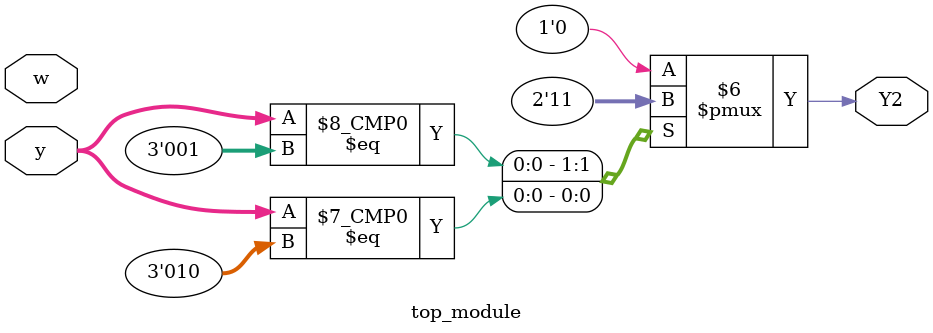
<source format=sv>
module top_module(
    input [3:1] y,
    input w,
    output reg Y2);
    
    always @(*) begin
        case (y)
            3'b000: Y2 = 0;  // State A
            3'b001: Y2 = 1;  // State B
            3'b010: Y2 = 1;  // State C
            3'b011: Y2 = 0;  // State D
            3'b100: Y2 = 0;  // State E
            3'b101: Y2 = 0;  // State F
            default: Y2 = 0; // Default value
        endcase
    end
    
endmodule

</source>
